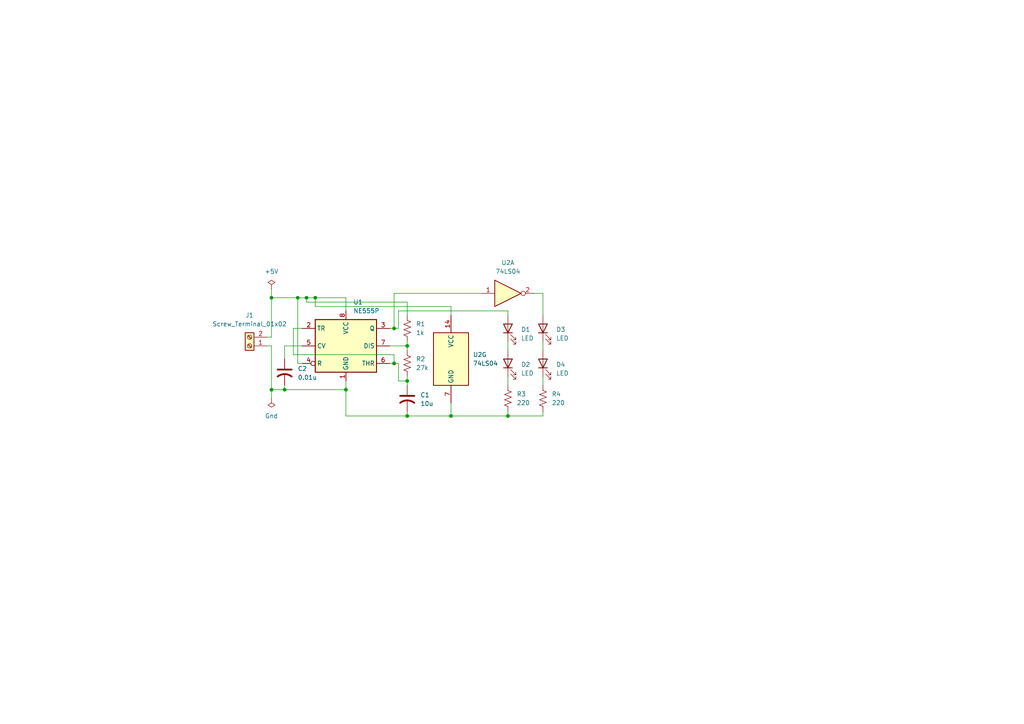
<source format=kicad_sch>
(kicad_sch
	(version 20250114)
	(generator "eeschema")
	(generator_version "9.0")
	(uuid "8d9b85c4-59d4-4901-838b-c1177e8ad4c3")
	(paper "A4")
	(lib_symbols
		(symbol "74xx:74LS04"
			(exclude_from_sim no)
			(in_bom yes)
			(on_board yes)
			(property "Reference" "U"
				(at 0 1.27 0)
				(effects
					(font
						(size 1.27 1.27)
					)
				)
			)
			(property "Value" "74LS04"
				(at 0 -1.27 0)
				(effects
					(font
						(size 1.27 1.27)
					)
				)
			)
			(property "Footprint" ""
				(at 0 0 0)
				(effects
					(font
						(size 1.27 1.27)
					)
					(hide yes)
				)
			)
			(property "Datasheet" "http://www.ti.com/lit/gpn/sn74LS04"
				(at 0 0 0)
				(effects
					(font
						(size 1.27 1.27)
					)
					(hide yes)
				)
			)
			(property "Description" "Hex Inverter"
				(at 0 0 0)
				(effects
					(font
						(size 1.27 1.27)
					)
					(hide yes)
				)
			)
			(property "ki_locked" ""
				(at 0 0 0)
				(effects
					(font
						(size 1.27 1.27)
					)
				)
			)
			(property "ki_keywords" "TTL not inv"
				(at 0 0 0)
				(effects
					(font
						(size 1.27 1.27)
					)
					(hide yes)
				)
			)
			(property "ki_fp_filters" "DIP*W7.62mm* SSOP?14* TSSOP?14*"
				(at 0 0 0)
				(effects
					(font
						(size 1.27 1.27)
					)
					(hide yes)
				)
			)
			(symbol "74LS04_1_0"
				(polyline
					(pts
						(xy -3.81 3.81) (xy -3.81 -3.81) (xy 3.81 0) (xy -3.81 3.81)
					)
					(stroke
						(width 0.254)
						(type default)
					)
					(fill
						(type background)
					)
				)
				(pin input line
					(at -7.62 0 0)
					(length 3.81)
					(name "~"
						(effects
							(font
								(size 1.27 1.27)
							)
						)
					)
					(number "1"
						(effects
							(font
								(size 1.27 1.27)
							)
						)
					)
				)
				(pin output inverted
					(at 7.62 0 180)
					(length 3.81)
					(name "~"
						(effects
							(font
								(size 1.27 1.27)
							)
						)
					)
					(number "2"
						(effects
							(font
								(size 1.27 1.27)
							)
						)
					)
				)
			)
			(symbol "74LS04_2_0"
				(polyline
					(pts
						(xy -3.81 3.81) (xy -3.81 -3.81) (xy 3.81 0) (xy -3.81 3.81)
					)
					(stroke
						(width 0.254)
						(type default)
					)
					(fill
						(type background)
					)
				)
				(pin input line
					(at -7.62 0 0)
					(length 3.81)
					(name "~"
						(effects
							(font
								(size 1.27 1.27)
							)
						)
					)
					(number "3"
						(effects
							(font
								(size 1.27 1.27)
							)
						)
					)
				)
				(pin output inverted
					(at 7.62 0 180)
					(length 3.81)
					(name "~"
						(effects
							(font
								(size 1.27 1.27)
							)
						)
					)
					(number "4"
						(effects
							(font
								(size 1.27 1.27)
							)
						)
					)
				)
			)
			(symbol "74LS04_3_0"
				(polyline
					(pts
						(xy -3.81 3.81) (xy -3.81 -3.81) (xy 3.81 0) (xy -3.81 3.81)
					)
					(stroke
						(width 0.254)
						(type default)
					)
					(fill
						(type background)
					)
				)
				(pin input line
					(at -7.62 0 0)
					(length 3.81)
					(name "~"
						(effects
							(font
								(size 1.27 1.27)
							)
						)
					)
					(number "5"
						(effects
							(font
								(size 1.27 1.27)
							)
						)
					)
				)
				(pin output inverted
					(at 7.62 0 180)
					(length 3.81)
					(name "~"
						(effects
							(font
								(size 1.27 1.27)
							)
						)
					)
					(number "6"
						(effects
							(font
								(size 1.27 1.27)
							)
						)
					)
				)
			)
			(symbol "74LS04_4_0"
				(polyline
					(pts
						(xy -3.81 3.81) (xy -3.81 -3.81) (xy 3.81 0) (xy -3.81 3.81)
					)
					(stroke
						(width 0.254)
						(type default)
					)
					(fill
						(type background)
					)
				)
				(pin input line
					(at -7.62 0 0)
					(length 3.81)
					(name "~"
						(effects
							(font
								(size 1.27 1.27)
							)
						)
					)
					(number "9"
						(effects
							(font
								(size 1.27 1.27)
							)
						)
					)
				)
				(pin output inverted
					(at 7.62 0 180)
					(length 3.81)
					(name "~"
						(effects
							(font
								(size 1.27 1.27)
							)
						)
					)
					(number "8"
						(effects
							(font
								(size 1.27 1.27)
							)
						)
					)
				)
			)
			(symbol "74LS04_5_0"
				(polyline
					(pts
						(xy -3.81 3.81) (xy -3.81 -3.81) (xy 3.81 0) (xy -3.81 3.81)
					)
					(stroke
						(width 0.254)
						(type default)
					)
					(fill
						(type background)
					)
				)
				(pin input line
					(at -7.62 0 0)
					(length 3.81)
					(name "~"
						(effects
							(font
								(size 1.27 1.27)
							)
						)
					)
					(number "11"
						(effects
							(font
								(size 1.27 1.27)
							)
						)
					)
				)
				(pin output inverted
					(at 7.62 0 180)
					(length 3.81)
					(name "~"
						(effects
							(font
								(size 1.27 1.27)
							)
						)
					)
					(number "10"
						(effects
							(font
								(size 1.27 1.27)
							)
						)
					)
				)
			)
			(symbol "74LS04_6_0"
				(polyline
					(pts
						(xy -3.81 3.81) (xy -3.81 -3.81) (xy 3.81 0) (xy -3.81 3.81)
					)
					(stroke
						(width 0.254)
						(type default)
					)
					(fill
						(type background)
					)
				)
				(pin input line
					(at -7.62 0 0)
					(length 3.81)
					(name "~"
						(effects
							(font
								(size 1.27 1.27)
							)
						)
					)
					(number "13"
						(effects
							(font
								(size 1.27 1.27)
							)
						)
					)
				)
				(pin output inverted
					(at 7.62 0 180)
					(length 3.81)
					(name "~"
						(effects
							(font
								(size 1.27 1.27)
							)
						)
					)
					(number "12"
						(effects
							(font
								(size 1.27 1.27)
							)
						)
					)
				)
			)
			(symbol "74LS04_7_0"
				(pin power_in line
					(at 0 12.7 270)
					(length 5.08)
					(name "VCC"
						(effects
							(font
								(size 1.27 1.27)
							)
						)
					)
					(number "14"
						(effects
							(font
								(size 1.27 1.27)
							)
						)
					)
				)
				(pin power_in line
					(at 0 -12.7 90)
					(length 5.08)
					(name "GND"
						(effects
							(font
								(size 1.27 1.27)
							)
						)
					)
					(number "7"
						(effects
							(font
								(size 1.27 1.27)
							)
						)
					)
				)
			)
			(symbol "74LS04_7_1"
				(rectangle
					(start -5.08 7.62)
					(end 5.08 -7.62)
					(stroke
						(width 0.254)
						(type default)
					)
					(fill
						(type background)
					)
				)
			)
			(embedded_fonts no)
		)
		(symbol "Connector:Screw_Terminal_01x02"
			(pin_names
				(offset 1.016)
				(hide yes)
			)
			(exclude_from_sim no)
			(in_bom yes)
			(on_board yes)
			(property "Reference" "J"
				(at 0 2.54 0)
				(effects
					(font
						(size 1.27 1.27)
					)
				)
			)
			(property "Value" "Screw_Terminal_01x02"
				(at 0 -5.08 0)
				(effects
					(font
						(size 1.27 1.27)
					)
				)
			)
			(property "Footprint" ""
				(at 0 0 0)
				(effects
					(font
						(size 1.27 1.27)
					)
					(hide yes)
				)
			)
			(property "Datasheet" "~"
				(at 0 0 0)
				(effects
					(font
						(size 1.27 1.27)
					)
					(hide yes)
				)
			)
			(property "Description" "Generic screw terminal, single row, 01x02, script generated (kicad-library-utils/schlib/autogen/connector/)"
				(at 0 0 0)
				(effects
					(font
						(size 1.27 1.27)
					)
					(hide yes)
				)
			)
			(property "ki_keywords" "screw terminal"
				(at 0 0 0)
				(effects
					(font
						(size 1.27 1.27)
					)
					(hide yes)
				)
			)
			(property "ki_fp_filters" "TerminalBlock*:*"
				(at 0 0 0)
				(effects
					(font
						(size 1.27 1.27)
					)
					(hide yes)
				)
			)
			(symbol "Screw_Terminal_01x02_1_1"
				(rectangle
					(start -1.27 1.27)
					(end 1.27 -3.81)
					(stroke
						(width 0.254)
						(type default)
					)
					(fill
						(type background)
					)
				)
				(polyline
					(pts
						(xy -0.5334 0.3302) (xy 0.3302 -0.508)
					)
					(stroke
						(width 0.1524)
						(type default)
					)
					(fill
						(type none)
					)
				)
				(polyline
					(pts
						(xy -0.5334 -2.2098) (xy 0.3302 -3.048)
					)
					(stroke
						(width 0.1524)
						(type default)
					)
					(fill
						(type none)
					)
				)
				(polyline
					(pts
						(xy -0.3556 0.508) (xy 0.508 -0.3302)
					)
					(stroke
						(width 0.1524)
						(type default)
					)
					(fill
						(type none)
					)
				)
				(polyline
					(pts
						(xy -0.3556 -2.032) (xy 0.508 -2.8702)
					)
					(stroke
						(width 0.1524)
						(type default)
					)
					(fill
						(type none)
					)
				)
				(circle
					(center 0 0)
					(radius 0.635)
					(stroke
						(width 0.1524)
						(type default)
					)
					(fill
						(type none)
					)
				)
				(circle
					(center 0 -2.54)
					(radius 0.635)
					(stroke
						(width 0.1524)
						(type default)
					)
					(fill
						(type none)
					)
				)
				(pin passive line
					(at -5.08 0 0)
					(length 3.81)
					(name "Pin_1"
						(effects
							(font
								(size 1.27 1.27)
							)
						)
					)
					(number "1"
						(effects
							(font
								(size 1.27 1.27)
							)
						)
					)
				)
				(pin passive line
					(at -5.08 -2.54 0)
					(length 3.81)
					(name "Pin_2"
						(effects
							(font
								(size 1.27 1.27)
							)
						)
					)
					(number "2"
						(effects
							(font
								(size 1.27 1.27)
							)
						)
					)
				)
			)
			(embedded_fonts no)
		)
		(symbol "Device:C_US"
			(pin_numbers
				(hide yes)
			)
			(pin_names
				(offset 0.254)
				(hide yes)
			)
			(exclude_from_sim no)
			(in_bom yes)
			(on_board yes)
			(property "Reference" "C"
				(at 0.635 2.54 0)
				(effects
					(font
						(size 1.27 1.27)
					)
					(justify left)
				)
			)
			(property "Value" "C_US"
				(at 0.635 -2.54 0)
				(effects
					(font
						(size 1.27 1.27)
					)
					(justify left)
				)
			)
			(property "Footprint" ""
				(at 0 0 0)
				(effects
					(font
						(size 1.27 1.27)
					)
					(hide yes)
				)
			)
			(property "Datasheet" ""
				(at 0 0 0)
				(effects
					(font
						(size 1.27 1.27)
					)
					(hide yes)
				)
			)
			(property "Description" "capacitor, US symbol"
				(at 0 0 0)
				(effects
					(font
						(size 1.27 1.27)
					)
					(hide yes)
				)
			)
			(property "ki_keywords" "cap capacitor"
				(at 0 0 0)
				(effects
					(font
						(size 1.27 1.27)
					)
					(hide yes)
				)
			)
			(property "ki_fp_filters" "C_*"
				(at 0 0 0)
				(effects
					(font
						(size 1.27 1.27)
					)
					(hide yes)
				)
			)
			(symbol "C_US_0_1"
				(polyline
					(pts
						(xy -2.032 0.762) (xy 2.032 0.762)
					)
					(stroke
						(width 0.508)
						(type default)
					)
					(fill
						(type none)
					)
				)
				(arc
					(start -2.032 -1.27)
					(mid 0 -0.5572)
					(end 2.032 -1.27)
					(stroke
						(width 0.508)
						(type default)
					)
					(fill
						(type none)
					)
				)
			)
			(symbol "C_US_1_1"
				(pin passive line
					(at 0 3.81 270)
					(length 2.794)
					(name "~"
						(effects
							(font
								(size 1.27 1.27)
							)
						)
					)
					(number "1"
						(effects
							(font
								(size 1.27 1.27)
							)
						)
					)
				)
				(pin passive line
					(at 0 -3.81 90)
					(length 3.302)
					(name "~"
						(effects
							(font
								(size 1.27 1.27)
							)
						)
					)
					(number "2"
						(effects
							(font
								(size 1.27 1.27)
							)
						)
					)
				)
			)
			(embedded_fonts no)
		)
		(symbol "Device:LED"
			(pin_numbers
				(hide yes)
			)
			(pin_names
				(offset 1.016)
				(hide yes)
			)
			(exclude_from_sim no)
			(in_bom yes)
			(on_board yes)
			(property "Reference" "D"
				(at 0 2.54 0)
				(effects
					(font
						(size 1.27 1.27)
					)
				)
			)
			(property "Value" "LED"
				(at 0 -2.54 0)
				(effects
					(font
						(size 1.27 1.27)
					)
				)
			)
			(property "Footprint" ""
				(at 0 0 0)
				(effects
					(font
						(size 1.27 1.27)
					)
					(hide yes)
				)
			)
			(property "Datasheet" "~"
				(at 0 0 0)
				(effects
					(font
						(size 1.27 1.27)
					)
					(hide yes)
				)
			)
			(property "Description" "Light emitting diode"
				(at 0 0 0)
				(effects
					(font
						(size 1.27 1.27)
					)
					(hide yes)
				)
			)
			(property "Sim.Pins" "1=K 2=A"
				(at 0 0 0)
				(effects
					(font
						(size 1.27 1.27)
					)
					(hide yes)
				)
			)
			(property "ki_keywords" "LED diode"
				(at 0 0 0)
				(effects
					(font
						(size 1.27 1.27)
					)
					(hide yes)
				)
			)
			(property "ki_fp_filters" "LED* LED_SMD:* LED_THT:*"
				(at 0 0 0)
				(effects
					(font
						(size 1.27 1.27)
					)
					(hide yes)
				)
			)
			(symbol "LED_0_1"
				(polyline
					(pts
						(xy -3.048 -0.762) (xy -4.572 -2.286) (xy -3.81 -2.286) (xy -4.572 -2.286) (xy -4.572 -1.524)
					)
					(stroke
						(width 0)
						(type default)
					)
					(fill
						(type none)
					)
				)
				(polyline
					(pts
						(xy -1.778 -0.762) (xy -3.302 -2.286) (xy -2.54 -2.286) (xy -3.302 -2.286) (xy -3.302 -1.524)
					)
					(stroke
						(width 0)
						(type default)
					)
					(fill
						(type none)
					)
				)
				(polyline
					(pts
						(xy -1.27 0) (xy 1.27 0)
					)
					(stroke
						(width 0)
						(type default)
					)
					(fill
						(type none)
					)
				)
				(polyline
					(pts
						(xy -1.27 -1.27) (xy -1.27 1.27)
					)
					(stroke
						(width 0.254)
						(type default)
					)
					(fill
						(type none)
					)
				)
				(polyline
					(pts
						(xy 1.27 -1.27) (xy 1.27 1.27) (xy -1.27 0) (xy 1.27 -1.27)
					)
					(stroke
						(width 0.254)
						(type default)
					)
					(fill
						(type none)
					)
				)
			)
			(symbol "LED_1_1"
				(pin passive line
					(at -3.81 0 0)
					(length 2.54)
					(name "K"
						(effects
							(font
								(size 1.27 1.27)
							)
						)
					)
					(number "1"
						(effects
							(font
								(size 1.27 1.27)
							)
						)
					)
				)
				(pin passive line
					(at 3.81 0 180)
					(length 2.54)
					(name "A"
						(effects
							(font
								(size 1.27 1.27)
							)
						)
					)
					(number "2"
						(effects
							(font
								(size 1.27 1.27)
							)
						)
					)
				)
			)
			(embedded_fonts no)
		)
		(symbol "Device:R_US"
			(pin_numbers
				(hide yes)
			)
			(pin_names
				(offset 0)
			)
			(exclude_from_sim no)
			(in_bom yes)
			(on_board yes)
			(property "Reference" "R"
				(at 2.54 0 90)
				(effects
					(font
						(size 1.27 1.27)
					)
				)
			)
			(property "Value" "R_US"
				(at -2.54 0 90)
				(effects
					(font
						(size 1.27 1.27)
					)
				)
			)
			(property "Footprint" ""
				(at 1.016 -0.254 90)
				(effects
					(font
						(size 1.27 1.27)
					)
					(hide yes)
				)
			)
			(property "Datasheet" "~"
				(at 0 0 0)
				(effects
					(font
						(size 1.27 1.27)
					)
					(hide yes)
				)
			)
			(property "Description" "Resistor, US symbol"
				(at 0 0 0)
				(effects
					(font
						(size 1.27 1.27)
					)
					(hide yes)
				)
			)
			(property "ki_keywords" "R res resistor"
				(at 0 0 0)
				(effects
					(font
						(size 1.27 1.27)
					)
					(hide yes)
				)
			)
			(property "ki_fp_filters" "R_*"
				(at 0 0 0)
				(effects
					(font
						(size 1.27 1.27)
					)
					(hide yes)
				)
			)
			(symbol "R_US_0_1"
				(polyline
					(pts
						(xy 0 2.286) (xy 0 2.54)
					)
					(stroke
						(width 0)
						(type default)
					)
					(fill
						(type none)
					)
				)
				(polyline
					(pts
						(xy 0 2.286) (xy 1.016 1.905) (xy 0 1.524) (xy -1.016 1.143) (xy 0 0.762)
					)
					(stroke
						(width 0)
						(type default)
					)
					(fill
						(type none)
					)
				)
				(polyline
					(pts
						(xy 0 0.762) (xy 1.016 0.381) (xy 0 0) (xy -1.016 -0.381) (xy 0 -0.762)
					)
					(stroke
						(width 0)
						(type default)
					)
					(fill
						(type none)
					)
				)
				(polyline
					(pts
						(xy 0 -0.762) (xy 1.016 -1.143) (xy 0 -1.524) (xy -1.016 -1.905) (xy 0 -2.286)
					)
					(stroke
						(width 0)
						(type default)
					)
					(fill
						(type none)
					)
				)
				(polyline
					(pts
						(xy 0 -2.286) (xy 0 -2.54)
					)
					(stroke
						(width 0)
						(type default)
					)
					(fill
						(type none)
					)
				)
			)
			(symbol "R_US_1_1"
				(pin passive line
					(at 0 3.81 270)
					(length 1.27)
					(name "~"
						(effects
							(font
								(size 1.27 1.27)
							)
						)
					)
					(number "1"
						(effects
							(font
								(size 1.27 1.27)
							)
						)
					)
				)
				(pin passive line
					(at 0 -3.81 90)
					(length 1.27)
					(name "~"
						(effects
							(font
								(size 1.27 1.27)
							)
						)
					)
					(number "2"
						(effects
							(font
								(size 1.27 1.27)
							)
						)
					)
				)
			)
			(embedded_fonts no)
		)
		(symbol "Timer:NE555P"
			(exclude_from_sim no)
			(in_bom yes)
			(on_board yes)
			(property "Reference" "U"
				(at -10.16 8.89 0)
				(effects
					(font
						(size 1.27 1.27)
					)
					(justify left)
				)
			)
			(property "Value" "NE555P"
				(at 2.54 8.89 0)
				(effects
					(font
						(size 1.27 1.27)
					)
					(justify left)
				)
			)
			(property "Footprint" "Package_DIP:DIP-8_W7.62mm"
				(at 16.51 -10.16 0)
				(effects
					(font
						(size 1.27 1.27)
					)
					(hide yes)
				)
			)
			(property "Datasheet" "http://www.ti.com/lit/ds/symlink/ne555.pdf"
				(at 21.59 -10.16 0)
				(effects
					(font
						(size 1.27 1.27)
					)
					(hide yes)
				)
			)
			(property "Description" "Precision Timers, 555 compatible,  PDIP-8"
				(at 0 0 0)
				(effects
					(font
						(size 1.27 1.27)
					)
					(hide yes)
				)
			)
			(property "ki_keywords" "single timer 555"
				(at 0 0 0)
				(effects
					(font
						(size 1.27 1.27)
					)
					(hide yes)
				)
			)
			(property "ki_fp_filters" "DIP*W7.62mm*"
				(at 0 0 0)
				(effects
					(font
						(size 1.27 1.27)
					)
					(hide yes)
				)
			)
			(symbol "NE555P_0_0"
				(pin power_in line
					(at 0 10.16 270)
					(length 2.54)
					(name "VCC"
						(effects
							(font
								(size 1.27 1.27)
							)
						)
					)
					(number "8"
						(effects
							(font
								(size 1.27 1.27)
							)
						)
					)
				)
				(pin power_in line
					(at 0 -10.16 90)
					(length 2.54)
					(name "GND"
						(effects
							(font
								(size 1.27 1.27)
							)
						)
					)
					(number "1"
						(effects
							(font
								(size 1.27 1.27)
							)
						)
					)
				)
			)
			(symbol "NE555P_0_1"
				(rectangle
					(start -8.89 -7.62)
					(end 8.89 7.62)
					(stroke
						(width 0.254)
						(type default)
					)
					(fill
						(type background)
					)
				)
				(rectangle
					(start -8.89 -7.62)
					(end 8.89 7.62)
					(stroke
						(width 0.254)
						(type default)
					)
					(fill
						(type background)
					)
				)
			)
			(symbol "NE555P_1_1"
				(pin input line
					(at -12.7 5.08 0)
					(length 3.81)
					(name "TR"
						(effects
							(font
								(size 1.27 1.27)
							)
						)
					)
					(number "2"
						(effects
							(font
								(size 1.27 1.27)
							)
						)
					)
				)
				(pin input line
					(at -12.7 0 0)
					(length 3.81)
					(name "CV"
						(effects
							(font
								(size 1.27 1.27)
							)
						)
					)
					(number "5"
						(effects
							(font
								(size 1.27 1.27)
							)
						)
					)
				)
				(pin input inverted
					(at -12.7 -5.08 0)
					(length 3.81)
					(name "R"
						(effects
							(font
								(size 1.27 1.27)
							)
						)
					)
					(number "4"
						(effects
							(font
								(size 1.27 1.27)
							)
						)
					)
				)
				(pin output line
					(at 12.7 5.08 180)
					(length 3.81)
					(name "Q"
						(effects
							(font
								(size 1.27 1.27)
							)
						)
					)
					(number "3"
						(effects
							(font
								(size 1.27 1.27)
							)
						)
					)
				)
				(pin input line
					(at 12.7 0 180)
					(length 3.81)
					(name "DIS"
						(effects
							(font
								(size 1.27 1.27)
							)
						)
					)
					(number "7"
						(effects
							(font
								(size 1.27 1.27)
							)
						)
					)
				)
				(pin input line
					(at 12.7 -5.08 180)
					(length 3.81)
					(name "THR"
						(effects
							(font
								(size 1.27 1.27)
							)
						)
					)
					(number "6"
						(effects
							(font
								(size 1.27 1.27)
							)
						)
					)
				)
			)
			(embedded_fonts no)
		)
		(symbol "power:PWR_FLAG"
			(power)
			(pin_numbers
				(hide yes)
			)
			(pin_names
				(offset 0)
				(hide yes)
			)
			(exclude_from_sim no)
			(in_bom yes)
			(on_board yes)
			(property "Reference" "#FLG"
				(at 0 1.905 0)
				(effects
					(font
						(size 1.27 1.27)
					)
					(hide yes)
				)
			)
			(property "Value" "PWR_FLAG"
				(at 0 3.81 0)
				(effects
					(font
						(size 1.27 1.27)
					)
				)
			)
			(property "Footprint" ""
				(at 0 0 0)
				(effects
					(font
						(size 1.27 1.27)
					)
					(hide yes)
				)
			)
			(property "Datasheet" "~"
				(at 0 0 0)
				(effects
					(font
						(size 1.27 1.27)
					)
					(hide yes)
				)
			)
			(property "Description" "Special symbol for telling ERC where power comes from"
				(at 0 0 0)
				(effects
					(font
						(size 1.27 1.27)
					)
					(hide yes)
				)
			)
			(property "ki_keywords" "flag power"
				(at 0 0 0)
				(effects
					(font
						(size 1.27 1.27)
					)
					(hide yes)
				)
			)
			(symbol "PWR_FLAG_0_0"
				(pin power_out line
					(at 0 0 90)
					(length 0)
					(name "~"
						(effects
							(font
								(size 1.27 1.27)
							)
						)
					)
					(number "1"
						(effects
							(font
								(size 1.27 1.27)
							)
						)
					)
				)
			)
			(symbol "PWR_FLAG_0_1"
				(polyline
					(pts
						(xy 0 0) (xy 0 1.27) (xy -1.016 1.905) (xy 0 2.54) (xy 1.016 1.905) (xy 0 1.27)
					)
					(stroke
						(width 0)
						(type default)
					)
					(fill
						(type none)
					)
				)
			)
			(embedded_fonts no)
		)
	)
	(junction
		(at 78.74 113.03)
		(diameter 0)
		(color 0 0 0 0)
		(uuid "3590804b-fb84-428b-8347-bff7d40c9b42")
	)
	(junction
		(at 82.55 113.03)
		(diameter 0)
		(color 0 0 0 0)
		(uuid "38afba11-88e8-4666-8cc7-129bec76819e")
	)
	(junction
		(at 114.3 95.25)
		(diameter 0)
		(color 0 0 0 0)
		(uuid "4be02abd-d304-49eb-9c9f-cd40c07c0d89")
	)
	(junction
		(at 114.3 105.41)
		(diameter 0)
		(color 0 0 0 0)
		(uuid "53139600-f15e-458a-bb18-6591ebd48e34")
	)
	(junction
		(at 88.9 86.36)
		(diameter 0)
		(color 0 0 0 0)
		(uuid "627a6462-e2a1-49a4-8008-14140014be21")
	)
	(junction
		(at 130.81 120.65)
		(diameter 0)
		(color 0 0 0 0)
		(uuid "7d5f99ee-a686-4990-91e6-3170e9893722")
	)
	(junction
		(at 78.74 86.36)
		(diameter 0)
		(color 0 0 0 0)
		(uuid "9c8c4bc3-5280-41b8-84ab-b1fcdfae009a")
	)
	(junction
		(at 118.11 100.33)
		(diameter 0)
		(color 0 0 0 0)
		(uuid "a9e8a2ff-850b-41c8-9d71-f5022f085533")
	)
	(junction
		(at 91.44 86.36)
		(diameter 0)
		(color 0 0 0 0)
		(uuid "c4804657-b4d8-4522-ab68-4dc0b430296c")
	)
	(junction
		(at 100.33 113.03)
		(diameter 0)
		(color 0 0 0 0)
		(uuid "dea699f0-d588-4e30-9c07-8b954bb2bf8d")
	)
	(junction
		(at 147.32 120.65)
		(diameter 0)
		(color 0 0 0 0)
		(uuid "e83b956e-d1ea-45c1-a42d-99b4008261ad")
	)
	(junction
		(at 118.11 110.49)
		(diameter 0)
		(color 0 0 0 0)
		(uuid "ecc5a94c-191f-4365-8206-ecf946a75afa")
	)
	(junction
		(at 118.11 120.65)
		(diameter 0)
		(color 0 0 0 0)
		(uuid "f1120271-1fec-4f3f-bd47-ff7f3f3a2d72")
	)
	(junction
		(at 86.36 86.36)
		(diameter 0)
		(color 0 0 0 0)
		(uuid "fa93c0bb-2ee0-49e1-bcb9-f44f4a7c6d6e")
	)
	(wire
		(pts
			(xy 147.32 109.22) (xy 147.32 111.76)
		)
		(stroke
			(width 0)
			(type default)
		)
		(uuid "01336f5b-3221-4f47-b5c5-300a43e24a53")
	)
	(wire
		(pts
			(xy 114.3 85.09) (xy 114.3 95.25)
		)
		(stroke
			(width 0)
			(type default)
		)
		(uuid "02611692-2b6d-4634-8dab-dd02d410d003")
	)
	(wire
		(pts
			(xy 118.11 110.49) (xy 115.57 110.49)
		)
		(stroke
			(width 0)
			(type default)
		)
		(uuid "059f5402-3812-4644-b317-3522bd7619f0")
	)
	(wire
		(pts
			(xy 91.44 88.9) (xy 91.44 86.36)
		)
		(stroke
			(width 0)
			(type default)
		)
		(uuid "083fe937-23bb-4504-8b70-cc7e0fa145d9")
	)
	(wire
		(pts
			(xy 114.3 102.87) (xy 114.3 105.41)
		)
		(stroke
			(width 0)
			(type default)
		)
		(uuid "08c89a4f-57ce-4aaf-b9af-da77501d9278")
	)
	(wire
		(pts
			(xy 85.09 102.87) (xy 114.3 102.87)
		)
		(stroke
			(width 0)
			(type default)
		)
		(uuid "0dc788b9-b161-4828-a4ce-57da1e169a34")
	)
	(wire
		(pts
			(xy 113.03 95.25) (xy 114.3 95.25)
		)
		(stroke
			(width 0)
			(type default)
		)
		(uuid "1222ae69-0ce1-4d1a-9d0e-3df2249e2289")
	)
	(wire
		(pts
			(xy 113.03 100.33) (xy 118.11 100.33)
		)
		(stroke
			(width 0)
			(type default)
		)
		(uuid "135627dd-7054-4eaa-b625-07e4db64f755")
	)
	(wire
		(pts
			(xy 77.47 97.79) (xy 78.74 97.79)
		)
		(stroke
			(width 0)
			(type default)
		)
		(uuid "146e9cb8-ade7-4dbf-a107-9d3d4051bc32")
	)
	(wire
		(pts
			(xy 147.32 90.17) (xy 147.32 91.44)
		)
		(stroke
			(width 0)
			(type default)
		)
		(uuid "16fdc0ae-d003-4d30-9e3f-ba275cf59b32")
	)
	(wire
		(pts
			(xy 100.33 86.36) (xy 100.33 90.17)
		)
		(stroke
			(width 0)
			(type default)
		)
		(uuid "211a3012-7049-415f-bcdb-76114daca276")
	)
	(wire
		(pts
			(xy 118.11 87.63) (xy 88.9 87.63)
		)
		(stroke
			(width 0)
			(type default)
		)
		(uuid "23813a31-3732-4e05-8ca5-7e6d09fe1519")
	)
	(wire
		(pts
			(xy 114.3 95.25) (xy 115.57 95.25)
		)
		(stroke
			(width 0)
			(type default)
		)
		(uuid "243c4ca8-2d15-4569-b2c7-14e3e3c72f2e")
	)
	(wire
		(pts
			(xy 87.63 100.33) (xy 82.55 100.33)
		)
		(stroke
			(width 0)
			(type default)
		)
		(uuid "26c90364-38af-42e1-8b98-4e8cba3b4890")
	)
	(wire
		(pts
			(xy 130.81 116.84) (xy 130.81 120.65)
		)
		(stroke
			(width 0)
			(type default)
		)
		(uuid "28f4f013-f6b5-43dd-92dd-afacecbebdf5")
	)
	(wire
		(pts
			(xy 157.48 99.06) (xy 157.48 101.6)
		)
		(stroke
			(width 0)
			(type default)
		)
		(uuid "2d9dff30-95af-46ff-97ec-a59b0d9bdd49")
	)
	(wire
		(pts
			(xy 157.48 119.38) (xy 157.48 120.65)
		)
		(stroke
			(width 0)
			(type default)
		)
		(uuid "31e03ce5-9d83-4b07-857c-8badbeae80d9")
	)
	(wire
		(pts
			(xy 115.57 105.41) (xy 114.3 105.41)
		)
		(stroke
			(width 0)
			(type default)
		)
		(uuid "356446c6-3cf8-4400-9500-42f095ae256f")
	)
	(wire
		(pts
			(xy 130.81 120.65) (xy 118.11 120.65)
		)
		(stroke
			(width 0)
			(type default)
		)
		(uuid "573fb03f-38be-4179-a16a-9a0756782d7d")
	)
	(wire
		(pts
			(xy 130.81 88.9) (xy 91.44 88.9)
		)
		(stroke
			(width 0)
			(type default)
		)
		(uuid "59e387e7-6178-44fd-baff-409d54c4ddfb")
	)
	(wire
		(pts
			(xy 78.74 86.36) (xy 86.36 86.36)
		)
		(stroke
			(width 0)
			(type default)
		)
		(uuid "5e30baf6-d21c-46c0-9162-1f298555585e")
	)
	(wire
		(pts
			(xy 147.32 119.38) (xy 147.32 120.65)
		)
		(stroke
			(width 0)
			(type default)
		)
		(uuid "61d7194d-c332-48f7-b62a-2073f5c71623")
	)
	(wire
		(pts
			(xy 118.11 120.65) (xy 100.33 120.65)
		)
		(stroke
			(width 0)
			(type default)
		)
		(uuid "673b24a4-fb6b-455b-9be8-ecda6eff974b")
	)
	(wire
		(pts
			(xy 100.33 113.03) (xy 100.33 110.49)
		)
		(stroke
			(width 0)
			(type default)
		)
		(uuid "6a524ef2-e70f-4585-9a7a-3bfe680878e1")
	)
	(wire
		(pts
			(xy 88.9 86.36) (xy 88.9 87.63)
		)
		(stroke
			(width 0)
			(type default)
		)
		(uuid "6f84cbb8-6925-4d23-8ab3-1154ee71c2ff")
	)
	(wire
		(pts
			(xy 139.7 85.09) (xy 114.3 85.09)
		)
		(stroke
			(width 0)
			(type default)
		)
		(uuid "6fcf287d-a22e-4afa-b41b-b20c40978f7e")
	)
	(wire
		(pts
			(xy 82.55 113.03) (xy 100.33 113.03)
		)
		(stroke
			(width 0)
			(type default)
		)
		(uuid "7503fce9-629e-4e56-ba7b-ec0a19a54f58")
	)
	(wire
		(pts
			(xy 78.74 113.03) (xy 78.74 115.57)
		)
		(stroke
			(width 0)
			(type default)
		)
		(uuid "7c9893b8-9de2-48f8-966d-cef64e34f739")
	)
	(wire
		(pts
			(xy 114.3 105.41) (xy 113.03 105.41)
		)
		(stroke
			(width 0)
			(type default)
		)
		(uuid "879f0248-1098-4f35-92da-4a7354a03c77")
	)
	(wire
		(pts
			(xy 87.63 105.41) (xy 86.36 105.41)
		)
		(stroke
			(width 0)
			(type default)
		)
		(uuid "87cd4be9-53d6-4376-8a2d-dfa295007864")
	)
	(wire
		(pts
			(xy 154.94 85.09) (xy 157.48 85.09)
		)
		(stroke
			(width 0)
			(type default)
		)
		(uuid "87fa8449-d5fa-4cf1-8ecd-97352ce04e24")
	)
	(wire
		(pts
			(xy 147.32 99.06) (xy 147.32 101.6)
		)
		(stroke
			(width 0)
			(type default)
		)
		(uuid "8a5d42aa-a301-42c2-bc16-4ccc3c5db69f")
	)
	(wire
		(pts
			(xy 85.09 95.25) (xy 85.09 102.87)
		)
		(stroke
			(width 0)
			(type default)
		)
		(uuid "8deb0a7d-c309-42be-be79-546c154f40f0")
	)
	(wire
		(pts
			(xy 86.36 105.41) (xy 86.36 86.36)
		)
		(stroke
			(width 0)
			(type default)
		)
		(uuid "8fd0cb55-fd14-4e1e-9c6e-57d540962421")
	)
	(wire
		(pts
			(xy 82.55 111.76) (xy 82.55 113.03)
		)
		(stroke
			(width 0)
			(type default)
		)
		(uuid "8fe658b3-9e54-4623-990b-9a70cff38180")
	)
	(wire
		(pts
			(xy 88.9 86.36) (xy 91.44 86.36)
		)
		(stroke
			(width 0)
			(type default)
		)
		(uuid "9749d547-dd04-4e5b-a806-c6c2f9d749d5")
	)
	(wire
		(pts
			(xy 78.74 100.33) (xy 78.74 113.03)
		)
		(stroke
			(width 0)
			(type default)
		)
		(uuid "9759eb04-7e61-44b9-ab3a-f6675a2e11b7")
	)
	(wire
		(pts
			(xy 130.81 91.44) (xy 130.81 88.9)
		)
		(stroke
			(width 0)
			(type default)
		)
		(uuid "97dfb863-3dfe-413e-825d-ecd0f93830ff")
	)
	(wire
		(pts
			(xy 77.47 100.33) (xy 78.74 100.33)
		)
		(stroke
			(width 0)
			(type default)
		)
		(uuid "983da462-b4fe-4f74-9e98-8b672c0a75b2")
	)
	(wire
		(pts
			(xy 147.32 120.65) (xy 130.81 120.65)
		)
		(stroke
			(width 0)
			(type default)
		)
		(uuid "99c2d712-b565-494d-b226-3f150f2088fd")
	)
	(wire
		(pts
			(xy 82.55 100.33) (xy 82.55 104.14)
		)
		(stroke
			(width 0)
			(type default)
		)
		(uuid "9e989eca-c60b-4f17-b116-9dcce7e38912")
	)
	(wire
		(pts
			(xy 118.11 110.49) (xy 118.11 111.76)
		)
		(stroke
			(width 0)
			(type default)
		)
		(uuid "a733f140-8582-4fbd-98c2-e529e6f008cf")
	)
	(wire
		(pts
			(xy 100.33 120.65) (xy 100.33 113.03)
		)
		(stroke
			(width 0)
			(type default)
		)
		(uuid "abb5ab3a-8515-4025-835c-30062e353c65")
	)
	(wire
		(pts
			(xy 86.36 86.36) (xy 88.9 86.36)
		)
		(stroke
			(width 0)
			(type default)
		)
		(uuid "aff0d4de-ede7-4907-ae37-84b764b13894")
	)
	(wire
		(pts
			(xy 115.57 95.25) (xy 115.57 90.17)
		)
		(stroke
			(width 0)
			(type default)
		)
		(uuid "b81b5e54-d70c-4063-9f8b-b83f2d3e6011")
	)
	(wire
		(pts
			(xy 118.11 119.38) (xy 118.11 120.65)
		)
		(stroke
			(width 0)
			(type default)
		)
		(uuid "b82181e3-77c5-46ac-a187-7237626b1cc1")
	)
	(wire
		(pts
			(xy 78.74 86.36) (xy 78.74 97.79)
		)
		(stroke
			(width 0)
			(type default)
		)
		(uuid "b866a0b3-8a76-48ec-b9fe-8cc2a96d4aff")
	)
	(wire
		(pts
			(xy 118.11 87.63) (xy 118.11 91.44)
		)
		(stroke
			(width 0)
			(type default)
		)
		(uuid "ba3f04ca-4847-4e06-8d3a-2583468af75a")
	)
	(wire
		(pts
			(xy 115.57 90.17) (xy 147.32 90.17)
		)
		(stroke
			(width 0)
			(type default)
		)
		(uuid "bac666d7-6419-4a76-a7a4-d062530aab36")
	)
	(wire
		(pts
			(xy 118.11 100.33) (xy 118.11 101.6)
		)
		(stroke
			(width 0)
			(type default)
		)
		(uuid "cfdd1353-6474-4779-a868-9da8e752c83b")
	)
	(wire
		(pts
			(xy 78.74 83.82) (xy 78.74 86.36)
		)
		(stroke
			(width 0)
			(type default)
		)
		(uuid "d6f46a7a-06e9-48c4-8bf2-49c6e6538d89")
	)
	(wire
		(pts
			(xy 157.48 109.22) (xy 157.48 111.76)
		)
		(stroke
			(width 0)
			(type default)
		)
		(uuid "d7fde58c-6e56-48cf-b2d7-30bea861f297")
	)
	(wire
		(pts
			(xy 115.57 110.49) (xy 115.57 105.41)
		)
		(stroke
			(width 0)
			(type default)
		)
		(uuid "dbe23ceb-9157-4053-ad7d-2dc490574aab")
	)
	(wire
		(pts
			(xy 157.48 120.65) (xy 147.32 120.65)
		)
		(stroke
			(width 0)
			(type default)
		)
		(uuid "de48913c-9214-463b-96d1-46e7a7af454a")
	)
	(wire
		(pts
			(xy 91.44 86.36) (xy 100.33 86.36)
		)
		(stroke
			(width 0)
			(type default)
		)
		(uuid "e0bc6665-3798-4544-a571-4d7f2184bfea")
	)
	(wire
		(pts
			(xy 87.63 95.25) (xy 85.09 95.25)
		)
		(stroke
			(width 0)
			(type default)
		)
		(uuid "e41ad4a9-b312-4cf9-aeb9-3a6228e38378")
	)
	(wire
		(pts
			(xy 78.74 113.03) (xy 82.55 113.03)
		)
		(stroke
			(width 0)
			(type default)
		)
		(uuid "e772efd2-aedd-4de9-a3e9-4571ff77ed9a")
	)
	(wire
		(pts
			(xy 118.11 109.22) (xy 118.11 110.49)
		)
		(stroke
			(width 0)
			(type default)
		)
		(uuid "e8d44282-d75e-49ae-94b8-6cb038e37467")
	)
	(wire
		(pts
			(xy 157.48 85.09) (xy 157.48 91.44)
		)
		(stroke
			(width 0)
			(type default)
		)
		(uuid "ec5bc351-eb34-417d-9a7f-f2a3349b49d3")
	)
	(wire
		(pts
			(xy 118.11 99.06) (xy 118.11 100.33)
		)
		(stroke
			(width 0)
			(type default)
		)
		(uuid "faf90fff-27eb-44a6-a56b-3489314b136a")
	)
	(symbol
		(lib_id "Device:LED")
		(at 147.32 105.41 90)
		(unit 1)
		(exclude_from_sim no)
		(in_bom yes)
		(on_board yes)
		(dnp no)
		(fields_autoplaced yes)
		(uuid "02b398e8-a8d4-43cd-b5d6-193d30bb798e")
		(property "Reference" "D2"
			(at 151.13 105.7274 90)
			(effects
				(font
					(size 1.27 1.27)
				)
				(justify right)
			)
		)
		(property "Value" "LED"
			(at 151.13 108.2674 90)
			(effects
				(font
					(size 1.27 1.27)
				)
				(justify right)
			)
		)
		(property "Footprint" ""
			(at 147.32 105.41 0)
			(effects
				(font
					(size 1.27 1.27)
				)
				(hide yes)
			)
		)
		(property "Datasheet" "~"
			(at 147.32 105.41 0)
			(effects
				(font
					(size 1.27 1.27)
				)
				(hide yes)
			)
		)
		(property "Description" "Light emitting diode"
			(at 147.32 105.41 0)
			(effects
				(font
					(size 1.27 1.27)
				)
				(hide yes)
			)
		)
		(property "Sim.Pins" "1=K 2=A"
			(at 147.32 105.41 0)
			(effects
				(font
					(size 1.27 1.27)
				)
				(hide yes)
			)
		)
		(pin "1"
			(uuid "1c23b78a-88da-45e3-b5cb-f144facd08bd")
		)
		(pin "2"
			(uuid "b4839dad-6349-4545-8ca7-b11c47a415c5")
		)
		(instances
			(project "christmas lights"
				(path "/8d9b85c4-59d4-4901-838b-c1177e8ad4c3"
					(reference "D2")
					(unit 1)
				)
			)
		)
	)
	(symbol
		(lib_id "Timer:NE555P")
		(at 100.33 100.33 0)
		(unit 1)
		(exclude_from_sim no)
		(in_bom yes)
		(on_board yes)
		(dnp no)
		(fields_autoplaced yes)
		(uuid "21407f73-23eb-490a-b5bf-f6d9b9739c5c")
		(property "Reference" "U1"
			(at 102.4733 87.63 0)
			(effects
				(font
					(size 1.27 1.27)
				)
				(justify left)
			)
		)
		(property "Value" "NE555P"
			(at 102.4733 90.17 0)
			(effects
				(font
					(size 1.27 1.27)
				)
				(justify left)
			)
		)
		(property "Footprint" "Package_DIP:DIP-8_W7.62mm"
			(at 116.84 110.49 0)
			(effects
				(font
					(size 1.27 1.27)
				)
				(hide yes)
			)
		)
		(property "Datasheet" "http://www.ti.com/lit/ds/symlink/ne555.pdf"
			(at 121.92 110.49 0)
			(effects
				(font
					(size 1.27 1.27)
				)
				(hide yes)
			)
		)
		(property "Description" "Precision Timers, 555 compatible,  PDIP-8"
			(at 100.33 100.33 0)
			(effects
				(font
					(size 1.27 1.27)
				)
				(hide yes)
			)
		)
		(pin "2"
			(uuid "31b9e183-4ccd-445f-b727-4bc5e8852067")
		)
		(pin "8"
			(uuid "30723ec2-a97f-4a54-93ef-0d3682f0326a")
		)
		(pin "1"
			(uuid "c4860562-3682-4686-af1d-ff3e6e8c5075")
		)
		(pin "5"
			(uuid "30c7ada0-59d8-4885-a10d-a37b0b25fd4a")
		)
		(pin "4"
			(uuid "1ec508d6-7951-498e-bc0d-a42d51ffe076")
		)
		(pin "3"
			(uuid "aa30fdca-0831-4054-b5ea-11bb2a9ee127")
		)
		(pin "7"
			(uuid "9fd138fa-94a3-4cb1-a12c-e24d9221b13f")
		)
		(pin "6"
			(uuid "2e52a926-ed8e-4b62-8135-c51b735e17c5")
		)
		(instances
			(project ""
				(path "/8d9b85c4-59d4-4901-838b-c1177e8ad4c3"
					(reference "U1")
					(unit 1)
				)
			)
		)
	)
	(symbol
		(lib_id "Device:C_US")
		(at 118.11 115.57 0)
		(unit 1)
		(exclude_from_sim no)
		(in_bom yes)
		(on_board yes)
		(dnp no)
		(fields_autoplaced yes)
		(uuid "39133f4f-9a0f-4446-a6ca-d2499aba79bd")
		(property "Reference" "C1"
			(at 121.92 114.5539 0)
			(effects
				(font
					(size 1.27 1.27)
				)
				(justify left)
			)
		)
		(property "Value" "10u"
			(at 121.92 117.0939 0)
			(effects
				(font
					(size 1.27 1.27)
				)
				(justify left)
			)
		)
		(property "Footprint" ""
			(at 118.11 115.57 0)
			(effects
				(font
					(size 1.27 1.27)
				)
				(hide yes)
			)
		)
		(property "Datasheet" ""
			(at 118.11 115.57 0)
			(effects
				(font
					(size 1.27 1.27)
				)
				(hide yes)
			)
		)
		(property "Description" "capacitor, US symbol"
			(at 118.11 115.57 0)
			(effects
				(font
					(size 1.27 1.27)
				)
				(hide yes)
			)
		)
		(pin "2"
			(uuid "a288b016-70d6-4e56-8810-bb6c9140bb50")
		)
		(pin "1"
			(uuid "3a8620be-9592-43e9-a17f-92670d0c260f")
		)
		(instances
			(project ""
				(path "/8d9b85c4-59d4-4901-838b-c1177e8ad4c3"
					(reference "C1")
					(unit 1)
				)
			)
		)
	)
	(symbol
		(lib_id "Device:LED")
		(at 157.48 95.25 90)
		(unit 1)
		(exclude_from_sim no)
		(in_bom yes)
		(on_board yes)
		(dnp no)
		(fields_autoplaced yes)
		(uuid "48d6c10d-9834-44db-8b0b-e6f100f73776")
		(property "Reference" "D3"
			(at 161.29 95.5674 90)
			(effects
				(font
					(size 1.27 1.27)
				)
				(justify right)
			)
		)
		(property "Value" "LED"
			(at 161.29 98.1074 90)
			(effects
				(font
					(size 1.27 1.27)
				)
				(justify right)
			)
		)
		(property "Footprint" ""
			(at 157.48 95.25 0)
			(effects
				(font
					(size 1.27 1.27)
				)
				(hide yes)
			)
		)
		(property "Datasheet" "~"
			(at 157.48 95.25 0)
			(effects
				(font
					(size 1.27 1.27)
				)
				(hide yes)
			)
		)
		(property "Description" "Light emitting diode"
			(at 157.48 95.25 0)
			(effects
				(font
					(size 1.27 1.27)
				)
				(hide yes)
			)
		)
		(property "Sim.Pins" "1=K 2=A"
			(at 157.48 95.25 0)
			(effects
				(font
					(size 1.27 1.27)
				)
				(hide yes)
			)
		)
		(pin "1"
			(uuid "fd9570c0-32e6-48d4-b8be-96206a4caf1f")
		)
		(pin "2"
			(uuid "a3a005be-d4eb-485c-9891-75d741ace1a3")
		)
		(instances
			(project "christmas lights"
				(path "/8d9b85c4-59d4-4901-838b-c1177e8ad4c3"
					(reference "D3")
					(unit 1)
				)
			)
		)
	)
	(symbol
		(lib_id "Connector:Screw_Terminal_01x02")
		(at 72.39 100.33 180)
		(unit 1)
		(exclude_from_sim no)
		(in_bom yes)
		(on_board yes)
		(dnp no)
		(fields_autoplaced yes)
		(uuid "68278988-f31e-4280-afb7-951522c5f0cf")
		(property "Reference" "J1"
			(at 72.39 91.44 0)
			(effects
				(font
					(size 1.27 1.27)
				)
			)
		)
		(property "Value" "Screw_Terminal_01x02"
			(at 72.39 93.98 0)
			(effects
				(font
					(size 1.27 1.27)
				)
			)
		)
		(property "Footprint" ""
			(at 72.39 100.33 0)
			(effects
				(font
					(size 1.27 1.27)
				)
				(hide yes)
			)
		)
		(property "Datasheet" "~"
			(at 72.39 100.33 0)
			(effects
				(font
					(size 1.27 1.27)
				)
				(hide yes)
			)
		)
		(property "Description" "Generic screw terminal, single row, 01x02, script generated (kicad-library-utils/schlib/autogen/connector/)"
			(at 72.39 100.33 0)
			(effects
				(font
					(size 1.27 1.27)
				)
				(hide yes)
			)
		)
		(pin "2"
			(uuid "8a7241bf-7124-4737-a6f2-dafa198d180e")
		)
		(pin "1"
			(uuid "4788dfd8-0abf-4264-91ad-1c0f68da6f56")
		)
		(instances
			(project ""
				(path "/8d9b85c4-59d4-4901-838b-c1177e8ad4c3"
					(reference "J1")
					(unit 1)
				)
			)
		)
	)
	(symbol
		(lib_id "power:PWR_FLAG")
		(at 78.74 115.57 180)
		(unit 1)
		(exclude_from_sim no)
		(in_bom yes)
		(on_board yes)
		(dnp no)
		(fields_autoplaced yes)
		(uuid "7c3ec7ce-85d2-4a6d-ae53-84728d8a5c55")
		(property "Reference" "#FLG02"
			(at 78.74 117.475 0)
			(effects
				(font
					(size 1.27 1.27)
				)
				(hide yes)
			)
		)
		(property "Value" "Gnd"
			(at 78.74 120.65 0)
			(effects
				(font
					(size 1.27 1.27)
				)
			)
		)
		(property "Footprint" ""
			(at 78.74 115.57 0)
			(effects
				(font
					(size 1.27 1.27)
				)
				(hide yes)
			)
		)
		(property "Datasheet" "~"
			(at 78.74 115.57 0)
			(effects
				(font
					(size 1.27 1.27)
				)
				(hide yes)
			)
		)
		(property "Description" "Special symbol for telling ERC where power comes from"
			(at 78.74 115.57 0)
			(effects
				(font
					(size 1.27 1.27)
				)
				(hide yes)
			)
		)
		(pin "1"
			(uuid "d37a0edf-f034-4037-9e12-ca5e01d520b2")
		)
		(instances
			(project "christmas lights"
				(path "/8d9b85c4-59d4-4901-838b-c1177e8ad4c3"
					(reference "#FLG02")
					(unit 1)
				)
			)
		)
	)
	(symbol
		(lib_id "Device:LED")
		(at 157.48 105.41 90)
		(unit 1)
		(exclude_from_sim no)
		(in_bom yes)
		(on_board yes)
		(dnp no)
		(fields_autoplaced yes)
		(uuid "80bd7d4e-8019-43a0-a4f6-7787e7db3b6f")
		(property "Reference" "D4"
			(at 161.29 105.7274 90)
			(effects
				(font
					(size 1.27 1.27)
				)
				(justify right)
			)
		)
		(property "Value" "LED"
			(at 161.29 108.2674 90)
			(effects
				(font
					(size 1.27 1.27)
				)
				(justify right)
			)
		)
		(property "Footprint" ""
			(at 157.48 105.41 0)
			(effects
				(font
					(size 1.27 1.27)
				)
				(hide yes)
			)
		)
		(property "Datasheet" "~"
			(at 157.48 105.41 0)
			(effects
				(font
					(size 1.27 1.27)
				)
				(hide yes)
			)
		)
		(property "Description" "Light emitting diode"
			(at 157.48 105.41 0)
			(effects
				(font
					(size 1.27 1.27)
				)
				(hide yes)
			)
		)
		(property "Sim.Pins" "1=K 2=A"
			(at 157.48 105.41 0)
			(effects
				(font
					(size 1.27 1.27)
				)
				(hide yes)
			)
		)
		(pin "1"
			(uuid "64cd9a6a-3ee3-4826-8ae2-fd47483d2b34")
		)
		(pin "2"
			(uuid "1eac409e-1532-4a4e-803c-18744c478f41")
		)
		(instances
			(project "christmas lights"
				(path "/8d9b85c4-59d4-4901-838b-c1177e8ad4c3"
					(reference "D4")
					(unit 1)
				)
			)
		)
	)
	(symbol
		(lib_id "Device:C_US")
		(at 82.55 107.95 0)
		(unit 1)
		(exclude_from_sim no)
		(in_bom yes)
		(on_board yes)
		(dnp no)
		(fields_autoplaced yes)
		(uuid "851ac5b7-9376-4a74-92a2-4bfc79667a36")
		(property "Reference" "C2"
			(at 86.36 106.9339 0)
			(effects
				(font
					(size 1.27 1.27)
				)
				(justify left)
			)
		)
		(property "Value" "0.01u"
			(at 86.36 109.4739 0)
			(effects
				(font
					(size 1.27 1.27)
				)
				(justify left)
			)
		)
		(property "Footprint" ""
			(at 82.55 107.95 0)
			(effects
				(font
					(size 1.27 1.27)
				)
				(hide yes)
			)
		)
		(property "Datasheet" ""
			(at 82.55 107.95 0)
			(effects
				(font
					(size 1.27 1.27)
				)
				(hide yes)
			)
		)
		(property "Description" "capacitor, US symbol"
			(at 82.55 107.95 0)
			(effects
				(font
					(size 1.27 1.27)
				)
				(hide yes)
			)
		)
		(pin "2"
			(uuid "ad7e1ec7-7f11-442a-ae8a-5072cabe51b1")
		)
		(pin "1"
			(uuid "b183b843-8ec1-4c71-bd5e-2cf2fb3da797")
		)
		(instances
			(project "christmas lights"
				(path "/8d9b85c4-59d4-4901-838b-c1177e8ad4c3"
					(reference "C2")
					(unit 1)
				)
			)
		)
	)
	(symbol
		(lib_id "Device:R_US")
		(at 157.48 115.57 0)
		(unit 1)
		(exclude_from_sim no)
		(in_bom yes)
		(on_board yes)
		(dnp no)
		(fields_autoplaced yes)
		(uuid "89c1d80c-da80-47bb-9687-a572bd606ef8")
		(property "Reference" "R4"
			(at 160.02 114.2999 0)
			(effects
				(font
					(size 1.27 1.27)
				)
				(justify left)
			)
		)
		(property "Value" "220"
			(at 160.02 116.8399 0)
			(effects
				(font
					(size 1.27 1.27)
				)
				(justify left)
			)
		)
		(property "Footprint" ""
			(at 158.496 115.824 90)
			(effects
				(font
					(size 1.27 1.27)
				)
				(hide yes)
			)
		)
		(property "Datasheet" "~"
			(at 157.48 115.57 0)
			(effects
				(font
					(size 1.27 1.27)
				)
				(hide yes)
			)
		)
		(property "Description" "Resistor, US symbol"
			(at 157.48 115.57 0)
			(effects
				(font
					(size 1.27 1.27)
				)
				(hide yes)
			)
		)
		(pin "1"
			(uuid "53f93c22-b797-40b2-8e75-03a9f5d060f4")
		)
		(pin "2"
			(uuid "d06ccd07-8483-4931-b4b9-bb2dc5982bbd")
		)
		(instances
			(project "christmas lights"
				(path "/8d9b85c4-59d4-4901-838b-c1177e8ad4c3"
					(reference "R4")
					(unit 1)
				)
			)
		)
	)
	(symbol
		(lib_id "Device:R_US")
		(at 118.11 105.41 0)
		(unit 1)
		(exclude_from_sim no)
		(in_bom yes)
		(on_board yes)
		(dnp no)
		(fields_autoplaced yes)
		(uuid "96009ad4-d297-49da-a284-58bdb7deddf2")
		(property "Reference" "R2"
			(at 120.65 104.1399 0)
			(effects
				(font
					(size 1.27 1.27)
				)
				(justify left)
			)
		)
		(property "Value" "27k"
			(at 120.65 106.6799 0)
			(effects
				(font
					(size 1.27 1.27)
				)
				(justify left)
			)
		)
		(property "Footprint" ""
			(at 119.126 105.664 90)
			(effects
				(font
					(size 1.27 1.27)
				)
				(hide yes)
			)
		)
		(property "Datasheet" "~"
			(at 118.11 105.41 0)
			(effects
				(font
					(size 1.27 1.27)
				)
				(hide yes)
			)
		)
		(property "Description" "Resistor, US symbol"
			(at 118.11 105.41 0)
			(effects
				(font
					(size 1.27 1.27)
				)
				(hide yes)
			)
		)
		(pin "1"
			(uuid "480282af-b64e-4fee-b396-ee8958cc391a")
		)
		(pin "2"
			(uuid "106a30eb-94f0-4c05-beb3-108c8f0656bc")
		)
		(instances
			(project "christmas lights"
				(path "/8d9b85c4-59d4-4901-838b-c1177e8ad4c3"
					(reference "R2")
					(unit 1)
				)
			)
		)
	)
	(symbol
		(lib_id "Device:LED")
		(at 147.32 95.25 90)
		(unit 1)
		(exclude_from_sim no)
		(in_bom yes)
		(on_board yes)
		(dnp no)
		(fields_autoplaced yes)
		(uuid "9f325200-edf3-455c-b282-8abddb9b30b7")
		(property "Reference" "D1"
			(at 151.13 95.5674 90)
			(effects
				(font
					(size 1.27 1.27)
				)
				(justify right)
			)
		)
		(property "Value" "LED"
			(at 151.13 98.1074 90)
			(effects
				(font
					(size 1.27 1.27)
				)
				(justify right)
			)
		)
		(property "Footprint" ""
			(at 147.32 95.25 0)
			(effects
				(font
					(size 1.27 1.27)
				)
				(hide yes)
			)
		)
		(property "Datasheet" "~"
			(at 147.32 95.25 0)
			(effects
				(font
					(size 1.27 1.27)
				)
				(hide yes)
			)
		)
		(property "Description" "Light emitting diode"
			(at 147.32 95.25 0)
			(effects
				(font
					(size 1.27 1.27)
				)
				(hide yes)
			)
		)
		(property "Sim.Pins" "1=K 2=A"
			(at 147.32 95.25 0)
			(effects
				(font
					(size 1.27 1.27)
				)
				(hide yes)
			)
		)
		(pin "1"
			(uuid "33ff03bf-674b-42f5-a350-cbe99e16f1d3")
		)
		(pin "2"
			(uuid "0d0baa14-0102-4b2b-be1e-da8681e80cb9")
		)
		(instances
			(project ""
				(path "/8d9b85c4-59d4-4901-838b-c1177e8ad4c3"
					(reference "D1")
					(unit 1)
				)
			)
		)
	)
	(symbol
		(lib_id "power:PWR_FLAG")
		(at 78.74 83.82 0)
		(unit 1)
		(exclude_from_sim no)
		(in_bom yes)
		(on_board yes)
		(dnp no)
		(fields_autoplaced yes)
		(uuid "a6b7ff57-4111-4914-b3bf-9a42c4f4e5ea")
		(property "Reference" "#FLG01"
			(at 78.74 81.915 0)
			(effects
				(font
					(size 1.27 1.27)
				)
				(hide yes)
			)
		)
		(property "Value" "+5V"
			(at 78.74 78.74 0)
			(effects
				(font
					(size 1.27 1.27)
				)
			)
		)
		(property "Footprint" ""
			(at 78.74 83.82 0)
			(effects
				(font
					(size 1.27 1.27)
				)
				(hide yes)
			)
		)
		(property "Datasheet" "~"
			(at 78.74 83.82 0)
			(effects
				(font
					(size 1.27 1.27)
				)
				(hide yes)
			)
		)
		(property "Description" "Special symbol for telling ERC where power comes from"
			(at 78.74 83.82 0)
			(effects
				(font
					(size 1.27 1.27)
				)
				(hide yes)
			)
		)
		(pin "1"
			(uuid "cf97653a-2de3-45f9-87ec-5b8af88e1185")
		)
		(instances
			(project ""
				(path "/8d9b85c4-59d4-4901-838b-c1177e8ad4c3"
					(reference "#FLG01")
					(unit 1)
				)
			)
		)
	)
	(symbol
		(lib_id "Device:R_US")
		(at 118.11 95.25 0)
		(unit 1)
		(exclude_from_sim no)
		(in_bom yes)
		(on_board yes)
		(dnp no)
		(fields_autoplaced yes)
		(uuid "aaf286e6-39be-4107-b2e8-2f0d7afebebe")
		(property "Reference" "R1"
			(at 120.65 93.9799 0)
			(effects
				(font
					(size 1.27 1.27)
				)
				(justify left)
			)
		)
		(property "Value" "1k"
			(at 120.65 96.5199 0)
			(effects
				(font
					(size 1.27 1.27)
				)
				(justify left)
			)
		)
		(property "Footprint" ""
			(at 119.126 95.504 90)
			(effects
				(font
					(size 1.27 1.27)
				)
				(hide yes)
			)
		)
		(property "Datasheet" "~"
			(at 118.11 95.25 0)
			(effects
				(font
					(size 1.27 1.27)
				)
				(hide yes)
			)
		)
		(property "Description" "Resistor, US symbol"
			(at 118.11 95.25 0)
			(effects
				(font
					(size 1.27 1.27)
				)
				(hide yes)
			)
		)
		(pin "1"
			(uuid "c38aea03-c135-4a51-b652-bb6bbf9ab81d")
		)
		(pin "2"
			(uuid "76371b76-8349-43dc-a924-9413c4b47bea")
		)
		(instances
			(project ""
				(path "/8d9b85c4-59d4-4901-838b-c1177e8ad4c3"
					(reference "R1")
					(unit 1)
				)
			)
		)
	)
	(symbol
		(lib_id "Device:R_US")
		(at 147.32 115.57 0)
		(unit 1)
		(exclude_from_sim no)
		(in_bom yes)
		(on_board yes)
		(dnp no)
		(fields_autoplaced yes)
		(uuid "ce60e479-973b-480d-a971-e2f4ac09b744")
		(property "Reference" "R3"
			(at 149.86 114.2999 0)
			(effects
				(font
					(size 1.27 1.27)
				)
				(justify left)
			)
		)
		(property "Value" "220"
			(at 149.86 116.8399 0)
			(effects
				(font
					(size 1.27 1.27)
				)
				(justify left)
			)
		)
		(property "Footprint" ""
			(at 148.336 115.824 90)
			(effects
				(font
					(size 1.27 1.27)
				)
				(hide yes)
			)
		)
		(property "Datasheet" "~"
			(at 147.32 115.57 0)
			(effects
				(font
					(size 1.27 1.27)
				)
				(hide yes)
			)
		)
		(property "Description" "Resistor, US symbol"
			(at 147.32 115.57 0)
			(effects
				(font
					(size 1.27 1.27)
				)
				(hide yes)
			)
		)
		(pin "1"
			(uuid "b432d829-40cd-4b97-92bc-93ceabd4c3be")
		)
		(pin "2"
			(uuid "4244520f-9185-4f2e-9d7d-c4f14a04c0fe")
		)
		(instances
			(project "christmas lights"
				(path "/8d9b85c4-59d4-4901-838b-c1177e8ad4c3"
					(reference "R3")
					(unit 1)
				)
			)
		)
	)
	(symbol
		(lib_id "74xx:74LS04")
		(at 147.32 85.09 0)
		(unit 1)
		(exclude_from_sim no)
		(in_bom yes)
		(on_board yes)
		(dnp no)
		(fields_autoplaced yes)
		(uuid "e4a66d35-4a4f-4a6a-85da-6e4d49a56e50")
		(property "Reference" "U2"
			(at 147.32 76.2 0)
			(effects
				(font
					(size 1.27 1.27)
				)
			)
		)
		(property "Value" "74LS04"
			(at 147.32 78.74 0)
			(effects
				(font
					(size 1.27 1.27)
				)
			)
		)
		(property "Footprint" ""
			(at 147.32 85.09 0)
			(effects
				(font
					(size 1.27 1.27)
				)
				(hide yes)
			)
		)
		(property "Datasheet" "http://www.ti.com/lit/gpn/sn74LS04"
			(at 147.32 85.09 0)
			(effects
				(font
					(size 1.27 1.27)
				)
				(hide yes)
			)
		)
		(property "Description" "Hex Inverter"
			(at 147.32 85.09 0)
			(effects
				(font
					(size 1.27 1.27)
				)
				(hide yes)
			)
		)
		(pin "2"
			(uuid "87c870de-62bd-48ea-b105-4e263789aa89")
		)
		(pin "1"
			(uuid "92177bdf-ace4-4b15-ab3d-635f1514a5ca")
		)
		(pin "11"
			(uuid "49437acf-34e4-4ae8-8265-040db3601b54")
		)
		(pin "4"
			(uuid "c56f6837-e615-4033-a39a-1fb472eee350")
		)
		(pin "3"
			(uuid "8c2f6336-1bed-41f6-8ef5-f7f9d53bff47")
		)
		(pin "5"
			(uuid "4291ac99-4225-49a3-98ef-f1ac51cf5b7f")
		)
		(pin "6"
			(uuid "825cfc79-7200-48dd-a6e0-6fede6519580")
		)
		(pin "9"
			(uuid "ab6c5b5b-c804-48ec-8445-1d4ef2fb24bf")
		)
		(pin "8"
			(uuid "4fcc481c-f09a-417f-ac3f-9c81dbf9518a")
		)
		(pin "10"
			(uuid "1241e28d-4ace-438f-acd5-c557aca108c6")
		)
		(pin "13"
			(uuid "59d54373-6c99-41ee-8bb8-9393fcc1c35a")
		)
		(pin "14"
			(uuid "ec1ecb73-9369-483d-a66c-5275fc37569c")
		)
		(pin "7"
			(uuid "c0ec88ce-4587-49c5-a949-133cc5542aa3")
		)
		(pin "12"
			(uuid "edf04ef8-5198-49c9-8a03-a9cd8943362a")
		)
		(instances
			(project ""
				(path "/8d9b85c4-59d4-4901-838b-c1177e8ad4c3"
					(reference "U2")
					(unit 1)
				)
			)
		)
	)
	(symbol
		(lib_id "74xx:74LS04")
		(at 130.81 104.14 0)
		(unit 7)
		(exclude_from_sim no)
		(in_bom yes)
		(on_board yes)
		(dnp no)
		(fields_autoplaced yes)
		(uuid "f5cdc2b0-cfed-4a2c-ae1d-5a1890a99446")
		(property "Reference" "U2"
			(at 137.16 102.8699 0)
			(effects
				(font
					(size 1.27 1.27)
				)
				(justify left)
			)
		)
		(property "Value" "74LS04"
			(at 137.16 105.4099 0)
			(effects
				(font
					(size 1.27 1.27)
				)
				(justify left)
			)
		)
		(property "Footprint" ""
			(at 130.81 104.14 0)
			(effects
				(font
					(size 1.27 1.27)
				)
				(hide yes)
			)
		)
		(property "Datasheet" "http://www.ti.com/lit/gpn/sn74LS04"
			(at 130.81 104.14 0)
			(effects
				(font
					(size 1.27 1.27)
				)
				(hide yes)
			)
		)
		(property "Description" "Hex Inverter"
			(at 130.81 104.14 0)
			(effects
				(font
					(size 1.27 1.27)
				)
				(hide yes)
			)
		)
		(pin "2"
			(uuid "87c870de-62bd-48ea-b105-4e263789aa89")
		)
		(pin "1"
			(uuid "92177bdf-ace4-4b15-ab3d-635f1514a5ca")
		)
		(pin "11"
			(uuid "49437acf-34e4-4ae8-8265-040db3601b54")
		)
		(pin "4"
			(uuid "c56f6837-e615-4033-a39a-1fb472eee350")
		)
		(pin "3"
			(uuid "8c2f6336-1bed-41f6-8ef5-f7f9d53bff47")
		)
		(pin "5"
			(uuid "4291ac99-4225-49a3-98ef-f1ac51cf5b7f")
		)
		(pin "6"
			(uuid "825cfc79-7200-48dd-a6e0-6fede6519580")
		)
		(pin "9"
			(uuid "ab6c5b5b-c804-48ec-8445-1d4ef2fb24bf")
		)
		(pin "8"
			(uuid "4fcc481c-f09a-417f-ac3f-9c81dbf9518a")
		)
		(pin "10"
			(uuid "1241e28d-4ace-438f-acd5-c557aca108c6")
		)
		(pin "13"
			(uuid "59d54373-6c99-41ee-8bb8-9393fcc1c35a")
		)
		(pin "14"
			(uuid "ec1ecb73-9369-483d-a66c-5275fc37569c")
		)
		(pin "7"
			(uuid "c0ec88ce-4587-49c5-a949-133cc5542aa3")
		)
		(pin "12"
			(uuid "edf04ef8-5198-49c9-8a03-a9cd8943362a")
		)
		(instances
			(project ""
				(path "/8d9b85c4-59d4-4901-838b-c1177e8ad4c3"
					(reference "U2")
					(unit 7)
				)
			)
		)
	)
	(sheet_instances
		(path "/"
			(page "1")
		)
	)
	(embedded_fonts no)
)

</source>
